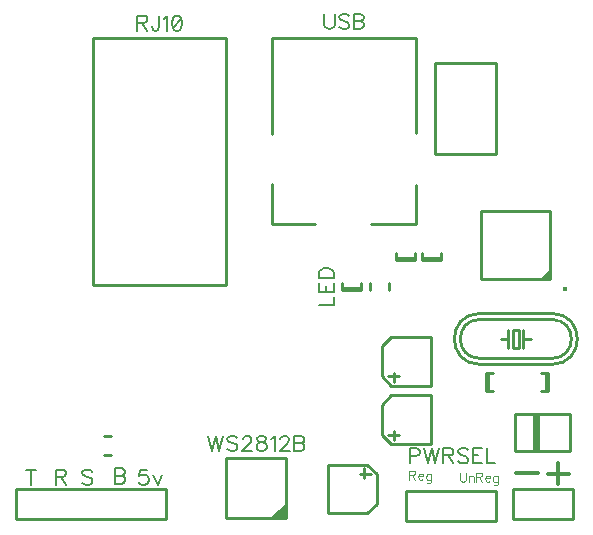
<source format=gbr>
G04 DipTrace 2.4.0.2*
%INTopSilk.gbr*%
%MOIN*%
%ADD10C,0.0098*%
%ADD31O,0.0165X0.0164*%
%ADD93C,0.0077*%
%ADD94C,0.0124*%
%ADD95C,0.0046*%
%FSLAX44Y44*%
G04*
G70*
G90*
G75*
G01*
%LNTopSilk*%
%LPD*%
X11875Y4375D2*
D10*
X6875D1*
Y5375D1*
X11875D1*
Y4375D1*
X24554Y9252D2*
Y8622D1*
X24629Y9252D2*
Y8622D1*
Y9252D2*
X24393D1*
X24629Y8622D2*
X24393D1*
X22632D2*
Y9252D1*
X22558Y8622D2*
Y9252D1*
Y8622D2*
X22793D1*
X22558Y9252D2*
X22793D1*
X21064Y13070D2*
X20435D1*
X21064Y12995D2*
X20435D1*
X21064D2*
Y13231D1*
X20435Y12995D2*
Y13231D1*
X17291Y4562D2*
Y6187D1*
X18603D1*
X18916Y5875D1*
X18917Y4874D1*
X18603Y4562D1*
X17291D1*
X18505Y6062D2*
Y5750D1*
X18347Y5875D2*
X18715D1*
X20189Y13070D2*
X19560D1*
X20189Y12995D2*
X19560D1*
X20189D2*
Y13231D1*
X19560Y12995D2*
Y13231D1*
X20708Y10437D2*
Y8812D1*
X19396D1*
X19083Y9124D1*
X19082Y10125D1*
X19396Y10437D1*
X20708D1*
X19494Y8937D2*
Y9249D1*
X19652Y9124D2*
X19284D1*
X20708Y8500D2*
Y6875D1*
X19396D1*
X19083Y7187D1*
X19082Y8187D1*
X19396Y8500D1*
X20708D1*
X19494Y6999D2*
Y7312D1*
X19652Y7187D2*
X19284D1*
X23538Y7875D2*
X25351D1*
Y6625D1*
X23538D1*
Y7875D1*
X24163Y7813D2*
Y6625D1*
X24288Y7875D2*
Y6688D1*
X24226Y7813D2*
Y6688D1*
X17747Y11995D2*
Y12231D1*
X18377Y11995D2*
Y12231D1*
Y12070D2*
X17747D1*
X18377Y11995D2*
X17747D1*
X22890Y19578D2*
X20859D1*
Y16546D1*
X22890D1*
Y19578D1*
X25439Y4375D2*
X23439D1*
Y5375D1*
X25439D1*
Y4375D1*
X19876Y5312D2*
X22876D1*
Y4312D1*
X19876D1*
Y5312D1*
X10066Y7127D2*
X9831D1*
X10066Y6498D2*
X9831D1*
X19314Y11995D2*
Y12231D1*
X18685Y11995D2*
Y12231D1*
X13901Y12162D2*
X9448D1*
Y20416D1*
X13901D1*
Y12162D1*
X24677Y12356D2*
X22394D1*
Y14640D1*
X24677D1*
Y12356D1*
D31*
X25193Y12045D3*
G36*
X24677Y12356D2*
Y12671D1*
X24362Y12356D1*
X24677D1*
G37*
X13902Y6412D2*
D10*
X15902D1*
Y4412D1*
X13902D1*
Y6412D1*
X15902Y4850D2*
X15401Y4412D1*
X15526D2*
X15839Y4725D1*
X15652Y4412D2*
X15902Y4662D1*
X15777Y4475D2*
X15839Y4537D1*
Y4475D2*
X15777Y4537D1*
X20230Y20418D2*
X15426D1*
X20230D2*
Y17229D1*
X15426Y17189D2*
Y20418D1*
X20230Y15496D2*
Y14197D1*
X18733D1*
X16843D2*
X15426D1*
Y15536D1*
X24750Y11225D2*
X22349D1*
X24750Y9525D2*
X22349D1*
X24750Y11025D2*
X22349D1*
Y9724D2*
X24750D1*
X23650Y10074D2*
X23449D1*
Y10675D1*
X23650D1*
Y10074D1*
X23299D2*
Y10375D1*
Y10675D1*
X23800Y10074D2*
Y10375D1*
Y10675D1*
X23299Y10375D2*
X23049D1*
X23800D2*
X24050D1*
X24750Y9525D2*
G03X24750Y11225I0J850D01*
G01*
X22349D2*
G03X22349Y9525I0J-850D01*
G01*
X24750Y9724D2*
G03X24750Y11025I0J650D01*
G01*
X22349D2*
G03X22349Y9724I0J-650D01*
G01*
X16975Y11493D2*
D93*
X17478D1*
Y11779D1*
X16975Y12244D2*
Y11934D1*
X17478D1*
Y12244D1*
X17215Y11934D2*
Y12125D1*
X16975Y12399D2*
X17478D1*
Y12566D1*
X17454Y12638D1*
X17406Y12686D1*
X17358Y12710D1*
X17287Y12734D1*
X17167D1*
X17095Y12710D1*
X17047Y12686D1*
X16999Y12638D1*
X16975Y12566D1*
Y12399D1*
X20012Y6469D2*
X20227D1*
X20299Y6493D1*
X20323Y6517D1*
X20347Y6565D1*
Y6636D1*
X20323Y6684D1*
X20299Y6708D1*
X20227Y6732D1*
X20012D1*
Y6230D1*
X20501Y6732D2*
X20621Y6230D1*
X20741Y6732D1*
X20860Y6230D1*
X20980Y6732D1*
X21134Y6493D2*
X21349D1*
X21421Y6517D1*
X21445Y6541D1*
X21469Y6588D1*
Y6636D1*
X21445Y6684D1*
X21421Y6708D1*
X21349Y6732D1*
X21134D1*
Y6230D1*
X21302Y6493D2*
X21469Y6230D1*
X21959Y6660D2*
X21911Y6708D1*
X21839Y6732D1*
X21744D1*
X21672Y6708D1*
X21624Y6660D1*
Y6613D1*
X21648Y6565D1*
X21672Y6541D1*
X21719Y6517D1*
X21863Y6469D1*
X21911Y6445D1*
X21935Y6421D1*
X21959Y6373D1*
Y6302D1*
X21911Y6254D1*
X21839Y6230D1*
X21744D1*
X21672Y6254D1*
X21624Y6302D1*
X22424Y6732D2*
X22113D1*
Y6230D1*
X22424D1*
X22113Y6493D2*
X22304D1*
X22578Y6732D2*
Y6230D1*
X22865D1*
X10928Y20909D2*
X11143D1*
X11215Y20933D1*
X11239Y20957D1*
X11263Y21004D1*
Y21052D1*
X11239Y21100D1*
X11215Y21124D1*
X11143Y21148D1*
X10928D1*
Y20646D1*
X11096Y20909D2*
X11263Y20646D1*
X11657Y21148D2*
Y20766D1*
X11633Y20694D1*
X11609Y20670D1*
X11561Y20646D1*
X11513D1*
X11465Y20670D1*
X11442Y20694D1*
X11417Y20766D1*
Y20813D1*
X11811Y21052D2*
X11859Y21076D1*
X11931Y21147D1*
Y20646D1*
X12229Y21147D2*
X12157Y21124D1*
X12109Y21052D1*
X12085Y20932D1*
Y20861D1*
X12109Y20741D1*
X12157Y20669D1*
X12229Y20646D1*
X12277D1*
X12349Y20669D1*
X12396Y20741D1*
X12420Y20861D1*
Y20932D1*
X12396Y21052D1*
X12349Y21124D1*
X12277Y21147D1*
X12229D1*
X12396Y21052D2*
X12109Y20741D1*
X13302Y7145D2*
X13422Y6642D1*
X13541Y7145D1*
X13661Y6642D1*
X13781Y7145D1*
X14270Y7073D2*
X14222Y7121D1*
X14151Y7145D1*
X14055D1*
X13983Y7121D1*
X13935Y7073D1*
Y7025D1*
X13959Y6977D1*
X13983Y6953D1*
X14031Y6930D1*
X14174Y6882D1*
X14222Y6858D1*
X14246Y6833D1*
X14270Y6786D1*
Y6714D1*
X14222Y6667D1*
X14151Y6642D1*
X14055D1*
X13983Y6667D1*
X13935Y6714D1*
X14449Y7025D2*
Y7048D1*
X14472Y7097D1*
X14496Y7120D1*
X14544Y7144D1*
X14640D1*
X14687Y7120D1*
X14711Y7097D1*
X14736Y7048D1*
Y7001D1*
X14711Y6953D1*
X14664Y6882D1*
X14424Y6642D1*
X14759D1*
X15033Y7144D2*
X14962Y7120D1*
X14938Y7073D1*
Y7025D1*
X14962Y6977D1*
X15009Y6953D1*
X15105Y6929D1*
X15177Y6905D1*
X15224Y6857D1*
X15248Y6810D1*
Y6738D1*
X15224Y6690D1*
X15201Y6666D1*
X15129Y6642D1*
X15033D1*
X14962Y6666D1*
X14938Y6690D1*
X14914Y6738D1*
Y6810D1*
X14938Y6857D1*
X14986Y6905D1*
X15057Y6929D1*
X15152Y6953D1*
X15201Y6977D1*
X15224Y7025D1*
Y7073D1*
X15201Y7120D1*
X15129Y7144D1*
X15033D1*
X15403Y7048D2*
X15451Y7073D1*
X15522Y7144D1*
Y6642D1*
X15701Y7025D2*
Y7048D1*
X15725Y7097D1*
X15749Y7120D1*
X15797Y7144D1*
X15892D1*
X15940Y7120D1*
X15964Y7097D1*
X15988Y7048D1*
Y7001D1*
X15964Y6953D1*
X15916Y6882D1*
X15677Y6642D1*
X16012D1*
X16166Y7145D2*
Y6642D1*
X16382D1*
X16454Y6667D1*
X16477Y6690D1*
X16501Y6738D1*
Y6810D1*
X16477Y6858D1*
X16454Y6882D1*
X16382Y6905D1*
X16454Y6930D1*
X16477Y6953D1*
X16501Y7001D1*
Y7049D1*
X16477Y7097D1*
X16454Y7121D1*
X16382Y7145D1*
X16166D1*
Y6905D2*
X16382D1*
X17171Y21211D2*
Y20853D1*
X17195Y20781D1*
X17243Y20733D1*
X17315Y20709D1*
X17362D1*
X17434Y20733D1*
X17482Y20781D1*
X17506Y20853D1*
Y21211D1*
X17995Y21140D2*
X17948Y21188D1*
X17876Y21211D1*
X17780D1*
X17708Y21188D1*
X17660Y21140D1*
Y21092D1*
X17685Y21044D1*
X17708Y21020D1*
X17756Y20996D1*
X17900Y20948D1*
X17948Y20925D1*
X17971Y20900D1*
X17995Y20853D1*
Y20781D1*
X17948Y20733D1*
X17876Y20709D1*
X17780D1*
X17708Y20733D1*
X17660Y20781D1*
X18150Y21211D2*
Y20709D1*
X18365D1*
X18437Y20733D1*
X18461Y20757D1*
X18485Y20805D1*
Y20877D1*
X18461Y20925D1*
X18437Y20948D1*
X18365Y20972D1*
X18437Y20996D1*
X18461Y21020D1*
X18485Y21068D1*
Y21116D1*
X18461Y21163D1*
X18437Y21188D1*
X18365Y21211D1*
X18150D1*
Y20972D2*
X18365D1*
X7394Y6018D2*
Y5516D1*
X7226Y6018D2*
X7561D1*
X8226Y5778D2*
X8441D1*
X8513Y5802D1*
X8538Y5826D1*
X8561Y5873D1*
Y5922D1*
X8538Y5969D1*
X8513Y5993D1*
X8441Y6017D1*
X8226D1*
Y5515D1*
X8394Y5778D2*
X8561Y5515D1*
X9436Y5945D2*
X9389Y5993D1*
X9317Y6017D1*
X9221D1*
X9150Y5993D1*
X9101Y5945D1*
Y5898D1*
X9126Y5850D1*
X9150Y5826D1*
X9197Y5802D1*
X9341Y5754D1*
X9389Y5730D1*
X9413Y5706D1*
X9436Y5658D1*
Y5587D1*
X9389Y5539D1*
X9317Y5515D1*
X9221D1*
X9150Y5539D1*
X9101Y5587D1*
X10187Y6057D2*
Y5554D1*
X10403D1*
X10475Y5578D1*
X10498Y5602D1*
X10522Y5650D1*
Y5722D1*
X10498Y5770D1*
X10475Y5793D1*
X10403Y5817D1*
X10475Y5842D1*
X10498Y5865D1*
X10522Y5913D1*
Y5961D1*
X10498Y6008D1*
X10475Y6033D1*
X10403Y6057D1*
X10187D1*
Y5817D2*
X10403D1*
X11264Y6017D2*
X11025D1*
X11001Y5802D1*
X11025Y5825D1*
X11097Y5850D1*
X11168D1*
X11240Y5825D1*
X11288Y5778D1*
X11312Y5706D1*
Y5658D1*
X11288Y5587D1*
X11240Y5539D1*
X11168Y5515D1*
X11097D1*
X11025Y5539D1*
X11001Y5563D1*
X10977Y5610D1*
X11466Y5850D2*
X11610Y5515D1*
X11753Y5850D1*
X24970Y6233D2*
D94*
Y5544D1*
X24626Y5888D2*
X25315D1*
X23564Y5917D2*
X24291D1*
X20001Y5840D2*
D95*
X20130D1*
X20173Y5855D1*
X20187Y5869D1*
X20202Y5898D1*
Y5927D1*
X20187Y5955D1*
X20173Y5970D1*
X20130Y5984D1*
X20001D1*
Y5682D1*
X20101Y5840D2*
X20202Y5682D1*
X20294Y5797D2*
X20466D1*
Y5826D1*
X20452Y5855D1*
X20438Y5869D1*
X20409Y5883D1*
X20366D1*
X20337Y5869D1*
X20309Y5840D1*
X20294Y5797D1*
Y5769D1*
X20309Y5726D1*
X20337Y5697D1*
X20366Y5682D1*
X20409D1*
X20438Y5697D1*
X20466Y5726D1*
X20731Y5869D2*
Y5639D1*
X20717Y5597D1*
X20703Y5582D1*
X20674Y5568D1*
X20631D1*
X20602Y5582D1*
X20731Y5826D2*
X20703Y5855D1*
X20674Y5869D1*
X20631D1*
X20602Y5855D1*
X20573Y5826D1*
X20559Y5783D1*
Y5754D1*
X20573Y5711D1*
X20602Y5682D1*
X20631Y5668D1*
X20674D1*
X20703Y5682D1*
X20731Y5711D1*
X21688Y5921D2*
Y5706D1*
X21703Y5663D1*
X21732Y5635D1*
X21775Y5620D1*
X21803D1*
X21846Y5635D1*
X21875Y5663D1*
X21889Y5706D1*
Y5921D1*
X21982Y5821D2*
Y5620D1*
Y5764D2*
X22025Y5807D1*
X22054Y5821D1*
X22097D1*
X22126Y5807D1*
X22140Y5764D1*
Y5620D1*
X22233Y5778D2*
X22362D1*
X22405Y5792D1*
X22419Y5807D1*
X22434Y5835D1*
Y5864D1*
X22419Y5893D1*
X22405Y5907D1*
X22362Y5921D1*
X22233D1*
Y5620D1*
X22333Y5778D2*
X22434Y5620D1*
X22526Y5735D2*
X22698D1*
Y5764D1*
X22684Y5792D1*
X22670Y5807D1*
X22641Y5821D1*
X22598D1*
X22569Y5807D1*
X22540Y5778D1*
X22526Y5735D1*
Y5706D1*
X22540Y5663D1*
X22569Y5635D1*
X22598Y5620D1*
X22641D1*
X22670Y5635D1*
X22698Y5663D1*
X22963Y5807D2*
Y5577D1*
X22949Y5534D1*
X22934Y5519D1*
X22906Y5505D1*
X22863D1*
X22834Y5519D1*
X22963Y5764D2*
X22934Y5792D1*
X22906Y5807D1*
X22863D1*
X22834Y5792D1*
X22805Y5764D1*
X22791Y5720D1*
Y5692D1*
X22805Y5649D1*
X22834Y5620D1*
X22863Y5606D1*
X22906D1*
X22934Y5620D1*
X22963Y5649D1*
M02*

</source>
